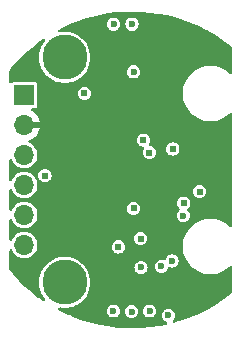
<source format=gbr>
%TF.GenerationSoftware,KiCad,Pcbnew,8.0.6-8.0.6-0~ubuntu24.04.1*%
%TF.CreationDate,2024-10-24T19:59:45-07:00*%
%TF.ProjectId,mag-encoder,6d61672d-656e-4636-9f64-65722e6b6963,3*%
%TF.SameCoordinates,Original*%
%TF.FileFunction,Copper,L2,Inr*%
%TF.FilePolarity,Positive*%
%FSLAX46Y46*%
G04 Gerber Fmt 4.6, Leading zero omitted, Abs format (unit mm)*
G04 Created by KiCad (PCBNEW 8.0.6-8.0.6-0~ubuntu24.04.1) date 2024-10-24 19:59:45*
%MOMM*%
%LPD*%
G01*
G04 APERTURE LIST*
%TA.AperFunction,ComponentPad*%
%ADD10C,3.810000*%
%TD*%
%TA.AperFunction,ComponentPad*%
%ADD11R,1.700000X1.700000*%
%TD*%
%TA.AperFunction,ComponentPad*%
%ADD12O,1.700000X1.700000*%
%TD*%
%TA.AperFunction,ViaPad*%
%ADD13C,0.600000*%
%TD*%
%TA.AperFunction,ViaPad*%
%ADD14C,0.609600*%
%TD*%
G04 APERTURE END LIST*
D10*
%TO.N,*%
%TO.C,H1*%
X224840800Y-114046000D03*
%TD*%
D11*
%TO.N,GND*%
%TO.C,J1*%
X221411800Y-117221000D03*
D12*
%TO.N,+3.3V*%
X221411800Y-119761000D03*
%TO.N,/CS*%
X221411800Y-122301000D03*
%TO.N,/MOSI*%
X221411800Y-124841000D03*
%TO.N,/MISO*%
X221411800Y-127381000D03*
%TO.N,/SCLK*%
X221411800Y-129921000D03*
%TD*%
D10*
%TO.N,*%
%TO.C,H2*%
X224840800Y-133096000D03*
%TD*%
D13*
%TO.N,+3.3V*%
X232689400Y-111175800D03*
D14*
X233464100Y-125260100D03*
X231317800Y-125984000D03*
D13*
X233248200Y-134518400D03*
X228473000Y-115417600D03*
%TO.N,GND*%
X230657400Y-115265200D03*
D14*
X226491800Y-117094000D03*
X232003600Y-122097800D03*
D13*
X228955600Y-135509000D03*
X232029000Y-135509000D03*
D14*
X233984800Y-121793000D03*
D13*
%TO.N,+5V*%
X230530400Y-111226600D03*
%TO.N,Net-(D4-A)*%
X231292400Y-131826000D03*
%TO.N,Net-(D1-K)*%
X228981000Y-111226600D03*
%TO.N,Net-(D3-A)*%
X233924399Y-131273400D03*
%TO.N,Net-(D4-K)*%
X230505000Y-135559800D03*
D14*
X229368646Y-130086100D03*
X231267000Y-129387600D03*
%TO.N,/A*%
X223157754Y-124046954D03*
%TO.N,/B*%
X236245400Y-125412501D03*
%TO.N,/PWM*%
X234911727Y-126377562D03*
D13*
%TO.N,Net-(Q1-D)*%
X233603800Y-135890000D03*
%TO.N,Net-(Q1-G)*%
X234883106Y-127441105D03*
%TO.N,Net-(D5-A)*%
X233019600Y-131724400D03*
D14*
%TO.N,/MISO*%
X231495600Y-121031000D03*
X230657400Y-126822200D03*
%TD*%
%TA.AperFunction,Conductor*%
%TO.N,+3.3V*%
G36*
X230652776Y-110157519D02*
G01*
X231362590Y-110181477D01*
X231369200Y-110181877D01*
X232076716Y-110243755D01*
X232083287Y-110244506D01*
X232786511Y-110344132D01*
X232793030Y-110345234D01*
X233489888Y-110482312D01*
X233496334Y-110483760D01*
X234184914Y-110657918D01*
X234191260Y-110659705D01*
X234869528Y-110870428D01*
X234875790Y-110872560D01*
X235541810Y-111119247D01*
X235547910Y-111121694D01*
X236199823Y-111403658D01*
X236205786Y-111406429D01*
X236817786Y-111710954D01*
X236841653Y-111722830D01*
X236847507Y-111725941D01*
X237342880Y-112006434D01*
X237465526Y-112075879D01*
X237471203Y-112079297D01*
X237736191Y-112248665D01*
X238069642Y-112461792D01*
X238075133Y-112465513D01*
X238652222Y-112879431D01*
X238657507Y-112883439D01*
X238987856Y-113148243D01*
X239027853Y-113205532D01*
X239034300Y-113244996D01*
X239034300Y-115345242D01*
X239014615Y-115412281D01*
X238961811Y-115458036D01*
X238892653Y-115467980D01*
X238829097Y-115438955D01*
X238822619Y-115432923D01*
X238721011Y-115331315D01*
X238721004Y-115331309D01*
X238478126Y-115144942D01*
X238478124Y-115144940D01*
X238478118Y-115144936D01*
X238478113Y-115144933D01*
X238478110Y-115144931D01*
X238212989Y-114991862D01*
X238212973Y-114991854D01*
X237930140Y-114874702D01*
X237911569Y-114869726D01*
X237634411Y-114795461D01*
X237634410Y-114795460D01*
X237634407Y-114795460D01*
X237330886Y-114755501D01*
X237330883Y-114755500D01*
X237330877Y-114755500D01*
X237024723Y-114755500D01*
X237024717Y-114755500D01*
X237024713Y-114755501D01*
X236721192Y-114795460D01*
X236425459Y-114874702D01*
X236142626Y-114991854D01*
X236142610Y-114991862D01*
X235877489Y-115144931D01*
X235877473Y-115144942D01*
X235634595Y-115331309D01*
X235634588Y-115331315D01*
X235418115Y-115547788D01*
X235418109Y-115547795D01*
X235231742Y-115790673D01*
X235231731Y-115790689D01*
X235078662Y-116055810D01*
X235078654Y-116055826D01*
X234961502Y-116338659D01*
X234882260Y-116634392D01*
X234842301Y-116937913D01*
X234842300Y-116937929D01*
X234842300Y-117244070D01*
X234842301Y-117244086D01*
X234882260Y-117547607D01*
X234961502Y-117843340D01*
X235078654Y-118126173D01*
X235078662Y-118126189D01*
X235231731Y-118391310D01*
X235231742Y-118391326D01*
X235418109Y-118634204D01*
X235418115Y-118634211D01*
X235634588Y-118850684D01*
X235634595Y-118850690D01*
X235685731Y-118889928D01*
X235877482Y-119037064D01*
X235877489Y-119037068D01*
X236142610Y-119190137D01*
X236142626Y-119190145D01*
X236425459Y-119307297D01*
X236425461Y-119307297D01*
X236425467Y-119307300D01*
X236721189Y-119386539D01*
X237024723Y-119426500D01*
X237024730Y-119426500D01*
X237330870Y-119426500D01*
X237330877Y-119426500D01*
X237634411Y-119386539D01*
X237930133Y-119307300D01*
X238041912Y-119261000D01*
X238212973Y-119190145D01*
X238212976Y-119190143D01*
X238212982Y-119190141D01*
X238478118Y-119037064D01*
X238721006Y-118850689D01*
X238752525Y-118819170D01*
X238822619Y-118749077D01*
X238883942Y-118715592D01*
X238953634Y-118720576D01*
X239009567Y-118762448D01*
X239033984Y-118827912D01*
X239034300Y-118836758D01*
X239034300Y-128305242D01*
X239014615Y-128372281D01*
X238961811Y-128418036D01*
X238892653Y-128427980D01*
X238829097Y-128398955D01*
X238822619Y-128392923D01*
X238721011Y-128291315D01*
X238721004Y-128291309D01*
X238478126Y-128104942D01*
X238478124Y-128104940D01*
X238478118Y-128104936D01*
X238478113Y-128104933D01*
X238478110Y-128104931D01*
X238212989Y-127951862D01*
X238212973Y-127951854D01*
X237930140Y-127834702D01*
X237785811Y-127796029D01*
X237634411Y-127755461D01*
X237634410Y-127755460D01*
X237634407Y-127755460D01*
X237330886Y-127715501D01*
X237330883Y-127715500D01*
X237330877Y-127715500D01*
X237024723Y-127715500D01*
X237024717Y-127715500D01*
X237024713Y-127715501D01*
X236721192Y-127755460D01*
X236425459Y-127834702D01*
X236142626Y-127951854D01*
X236142610Y-127951862D01*
X235877489Y-128104931D01*
X235877473Y-128104942D01*
X235634595Y-128291309D01*
X235634588Y-128291315D01*
X235418115Y-128507788D01*
X235418109Y-128507795D01*
X235231742Y-128750673D01*
X235231731Y-128750689D01*
X235078662Y-129015810D01*
X235078654Y-129015826D01*
X234961502Y-129298659D01*
X234882260Y-129594392D01*
X234842301Y-129897913D01*
X234842300Y-129897929D01*
X234842300Y-130204070D01*
X234842301Y-130204086D01*
X234882260Y-130507607D01*
X234961502Y-130803340D01*
X235078654Y-131086173D01*
X235078662Y-131086189D01*
X235231731Y-131351310D01*
X235231742Y-131351326D01*
X235418109Y-131594204D01*
X235418115Y-131594211D01*
X235634588Y-131810684D01*
X235634595Y-131810690D01*
X235710784Y-131869152D01*
X235877482Y-131997064D01*
X235877489Y-131997068D01*
X236142610Y-132150137D01*
X236142626Y-132150145D01*
X236425459Y-132267297D01*
X236425461Y-132267297D01*
X236425467Y-132267300D01*
X236721189Y-132346539D01*
X237024723Y-132386500D01*
X237024730Y-132386500D01*
X237330870Y-132386500D01*
X237330877Y-132386500D01*
X237634411Y-132346539D01*
X237930133Y-132267300D01*
X238040857Y-132221437D01*
X238212973Y-132150145D01*
X238212976Y-132150143D01*
X238212982Y-132150141D01*
X238478118Y-131997064D01*
X238721006Y-131810689D01*
X238748085Y-131783610D01*
X238822619Y-131709077D01*
X238883942Y-131675592D01*
X238953634Y-131680576D01*
X239009567Y-131722448D01*
X239033984Y-131787912D01*
X239034300Y-131796758D01*
X239034300Y-133896564D01*
X239014615Y-133963603D01*
X238987747Y-133993404D01*
X238657823Y-134257259D01*
X238652545Y-134261254D01*
X238075365Y-134674353D01*
X238069882Y-134678060D01*
X237471473Y-135059777D01*
X237465799Y-135063186D01*
X236847901Y-135412412D01*
X236842054Y-135415514D01*
X236206385Y-135731278D01*
X236200380Y-135734064D01*
X235548765Y-136015459D01*
X235542621Y-136017920D01*
X234876923Y-136264141D01*
X234870656Y-136266271D01*
X234192754Y-136476623D01*
X234186381Y-136478415D01*
X234114005Y-136496702D01*
X234044186Y-136494040D01*
X233986890Y-136454053D01*
X233960308Y-136389438D01*
X233972879Y-136320708D01*
X233995953Y-136288794D01*
X233999269Y-136285477D01*
X233999274Y-136285474D01*
X234088155Y-136169643D01*
X234144028Y-136034754D01*
X234156732Y-135938251D01*
X234163085Y-135890001D01*
X234163085Y-135889998D01*
X234144028Y-135745247D01*
X234144028Y-135745246D01*
X234088155Y-135610358D01*
X233999274Y-135494526D01*
X233883443Y-135405645D01*
X233883440Y-135405644D01*
X233883438Y-135405642D01*
X233748557Y-135349773D01*
X233748552Y-135349771D01*
X233603801Y-135330715D01*
X233603799Y-135330715D01*
X233459047Y-135349771D01*
X233459045Y-135349772D01*
X233324161Y-135405643D01*
X233324158Y-135405644D01*
X233324158Y-135405645D01*
X233267795Y-135448894D01*
X233208326Y-135494526D01*
X233119443Y-135610361D01*
X233063572Y-135745245D01*
X233063571Y-135745247D01*
X233044515Y-135889998D01*
X233044515Y-135890001D01*
X233063571Y-136034752D01*
X233063573Y-136034757D01*
X233119442Y-136169638D01*
X233119445Y-136169644D01*
X233208325Y-136285473D01*
X233208326Y-136285474D01*
X233324155Y-136374354D01*
X233324161Y-136374357D01*
X233360570Y-136389438D01*
X233456330Y-136429103D01*
X233510733Y-136472942D01*
X233532798Y-136539236D01*
X233515519Y-136606936D01*
X233464382Y-136654547D01*
X233432795Y-136665334D01*
X232795333Y-136790646D01*
X232788807Y-136791749D01*
X232086040Y-136891300D01*
X232079463Y-136892053D01*
X231372413Y-136953957D01*
X231365806Y-136954359D01*
X230656421Y-136978448D01*
X230649802Y-136978496D01*
X229940147Y-136964698D01*
X229933535Y-136964392D01*
X229225665Y-136912746D01*
X229219079Y-136912089D01*
X228514921Y-136822738D01*
X228508379Y-136821729D01*
X227810051Y-136694942D01*
X227803572Y-136693587D01*
X227112949Y-136529703D01*
X227106552Y-136528003D01*
X226425687Y-136327508D01*
X226419389Y-136325469D01*
X225750198Y-136088930D01*
X225744019Y-136086559D01*
X225265283Y-135888007D01*
X225088385Y-135814640D01*
X225082356Y-135811949D01*
X224449612Y-135508998D01*
X228396315Y-135508998D01*
X228396315Y-135509001D01*
X228415371Y-135653752D01*
X228415373Y-135653757D01*
X228471242Y-135788638D01*
X228471245Y-135788644D01*
X228560125Y-135904473D01*
X228560126Y-135904474D01*
X228675955Y-135993354D01*
X228675961Y-135993357D01*
X228732493Y-136016773D01*
X228810846Y-136049228D01*
X228883223Y-136058756D01*
X228955599Y-136068285D01*
X228955600Y-136068285D01*
X228955601Y-136068285D01*
X229003851Y-136061932D01*
X229100354Y-136049228D01*
X229235243Y-135993355D01*
X229351074Y-135904474D01*
X229439955Y-135788643D01*
X229495828Y-135653754D01*
X229508197Y-135559798D01*
X229945715Y-135559798D01*
X229945715Y-135559801D01*
X229964771Y-135704552D01*
X229964773Y-135704557D01*
X230020642Y-135839438D01*
X230020645Y-135839444D01*
X230109525Y-135955273D01*
X230109526Y-135955274D01*
X230225355Y-136044154D01*
X230225361Y-136044157D01*
X230237599Y-136049226D01*
X230360246Y-136100028D01*
X230432623Y-136109556D01*
X230504999Y-136119085D01*
X230505000Y-136119085D01*
X230505001Y-136119085D01*
X230553251Y-136112732D01*
X230649754Y-136100028D01*
X230784643Y-136044155D01*
X230900474Y-135955274D01*
X230989355Y-135839443D01*
X231045228Y-135704554D01*
X231064285Y-135559800D01*
X231057596Y-135508998D01*
X231469715Y-135508998D01*
X231469715Y-135509001D01*
X231488771Y-135653752D01*
X231488773Y-135653757D01*
X231544642Y-135788638D01*
X231544645Y-135788644D01*
X231633525Y-135904473D01*
X231633526Y-135904474D01*
X231749355Y-135993354D01*
X231749361Y-135993357D01*
X231805893Y-136016773D01*
X231884246Y-136049228D01*
X231956623Y-136058756D01*
X232028999Y-136068285D01*
X232029000Y-136068285D01*
X232029001Y-136068285D01*
X232077251Y-136061932D01*
X232173754Y-136049228D01*
X232308643Y-135993355D01*
X232424474Y-135904474D01*
X232513355Y-135788643D01*
X232569228Y-135653754D01*
X232588285Y-135509000D01*
X232587814Y-135505426D01*
X232569228Y-135364247D01*
X232569228Y-135364246D01*
X232513355Y-135229358D01*
X232424474Y-135113526D01*
X232308643Y-135024645D01*
X232308640Y-135024644D01*
X232308638Y-135024642D01*
X232173757Y-134968773D01*
X232173752Y-134968771D01*
X232029001Y-134949715D01*
X232028999Y-134949715D01*
X231884247Y-134968771D01*
X231884245Y-134968772D01*
X231749361Y-135024643D01*
X231749358Y-135024644D01*
X231749358Y-135024645D01*
X231633526Y-135113526D01*
X231555455Y-135215271D01*
X231544643Y-135229361D01*
X231488772Y-135364245D01*
X231488771Y-135364247D01*
X231469715Y-135508998D01*
X231057596Y-135508998D01*
X231056729Y-135502409D01*
X231049684Y-135448894D01*
X231045228Y-135415046D01*
X230989355Y-135280158D01*
X230900474Y-135164326D01*
X230784643Y-135075445D01*
X230784640Y-135075444D01*
X230784638Y-135075442D01*
X230649757Y-135019573D01*
X230649752Y-135019571D01*
X230505001Y-135000515D01*
X230504999Y-135000515D01*
X230360247Y-135019571D01*
X230360245Y-135019572D01*
X230225361Y-135075443D01*
X230225358Y-135075444D01*
X230225358Y-135075445D01*
X230114395Y-135160590D01*
X230109526Y-135164326D01*
X230020643Y-135280161D01*
X229964772Y-135415045D01*
X229964771Y-135415047D01*
X229945715Y-135559798D01*
X229508197Y-135559798D01*
X229514885Y-135509000D01*
X229514414Y-135505426D01*
X229495828Y-135364247D01*
X229495828Y-135364246D01*
X229439955Y-135229358D01*
X229351074Y-135113526D01*
X229235243Y-135024645D01*
X229235240Y-135024644D01*
X229235238Y-135024642D01*
X229100357Y-134968773D01*
X229100352Y-134968771D01*
X228955601Y-134949715D01*
X228955599Y-134949715D01*
X228810847Y-134968771D01*
X228810845Y-134968772D01*
X228675961Y-135024643D01*
X228675958Y-135024644D01*
X228675958Y-135024645D01*
X228560126Y-135113526D01*
X228482055Y-135215271D01*
X228471243Y-135229361D01*
X228415372Y-135364245D01*
X228415371Y-135364247D01*
X228396315Y-135508998D01*
X224449612Y-135508998D01*
X224442147Y-135505424D01*
X224436280Y-135502419D01*
X224338282Y-135448893D01*
X224288884Y-135399482D01*
X224274041Y-135331207D01*
X224298466Y-135265746D01*
X224354405Y-135223882D01*
X224414606Y-135217224D01*
X224640374Y-135248255D01*
X224693085Y-135255500D01*
X224693086Y-135255500D01*
X224988515Y-135255500D01*
X225020068Y-135251163D01*
X225281190Y-135215273D01*
X225565662Y-135135567D01*
X225821030Y-135024645D01*
X225836630Y-135017869D01*
X225836632Y-135017868D01*
X226089051Y-134864369D01*
X226318218Y-134677928D01*
X226519863Y-134462019D01*
X226690230Y-134220663D01*
X226826146Y-133958357D01*
X226925079Y-133679988D01*
X226985185Y-133390739D01*
X227005346Y-133096000D01*
X226985185Y-132801261D01*
X226925079Y-132512012D01*
X226826147Y-132233646D01*
X226826148Y-132233646D01*
X226690229Y-131971335D01*
X226690225Y-131971329D01*
X226587640Y-131825998D01*
X230733115Y-131825998D01*
X230733115Y-131826001D01*
X230752171Y-131970752D01*
X230752173Y-131970757D01*
X230808042Y-132105638D01*
X230808045Y-132105644D01*
X230896925Y-132221473D01*
X230896926Y-132221474D01*
X231012755Y-132310354D01*
X231012761Y-132310357D01*
X231080201Y-132338291D01*
X231147646Y-132366228D01*
X231220023Y-132375756D01*
X231292399Y-132385285D01*
X231292400Y-132385285D01*
X231292401Y-132385285D01*
X231340651Y-132378932D01*
X231437154Y-132366228D01*
X231572043Y-132310355D01*
X231687874Y-132221474D01*
X231776755Y-132105643D01*
X231832628Y-131970754D01*
X231851685Y-131826000D01*
X231849669Y-131810690D01*
X231838309Y-131724398D01*
X232460315Y-131724398D01*
X232460315Y-131724401D01*
X232479371Y-131869152D01*
X232479373Y-131869157D01*
X232535242Y-132004038D01*
X232535245Y-132004044D01*
X232624125Y-132119873D01*
X232624126Y-132119874D01*
X232739955Y-132208754D01*
X232739961Y-132208757D01*
X232770663Y-132221474D01*
X232874846Y-132264628D01*
X232947223Y-132274156D01*
X233019599Y-132283685D01*
X233019600Y-132283685D01*
X233019601Y-132283685D01*
X233067851Y-132277332D01*
X233164354Y-132264628D01*
X233299243Y-132208755D01*
X233415074Y-132119874D01*
X233503955Y-132004043D01*
X233559828Y-131869154D01*
X233559827Y-131869154D01*
X233562938Y-131861646D01*
X233565377Y-131862656D01*
X233594933Y-131814150D01*
X233657774Y-131783610D01*
X233725810Y-131791328D01*
X233779645Y-131813628D01*
X233852022Y-131823156D01*
X233924398Y-131832685D01*
X233924399Y-131832685D01*
X233924400Y-131832685D01*
X233975192Y-131825998D01*
X234069153Y-131813628D01*
X234204042Y-131757755D01*
X234319873Y-131668874D01*
X234408754Y-131553043D01*
X234464627Y-131418154D01*
X234483684Y-131273400D01*
X234464627Y-131128646D01*
X234408754Y-130993758D01*
X234319873Y-130877926D01*
X234204042Y-130789045D01*
X234204039Y-130789044D01*
X234204037Y-130789042D01*
X234069156Y-130733173D01*
X234069151Y-130733171D01*
X233924400Y-130714115D01*
X233924398Y-130714115D01*
X233779646Y-130733171D01*
X233779644Y-130733172D01*
X233644760Y-130789043D01*
X233644757Y-130789044D01*
X233644757Y-130789045D01*
X233528925Y-130877926D01*
X233453113Y-130976727D01*
X233440042Y-130993761D01*
X233414083Y-131056433D01*
X233384172Y-131128645D01*
X233381061Y-131136155D01*
X233378626Y-131135146D01*
X233349032Y-131183680D01*
X233286178Y-131214196D01*
X233218188Y-131206471D01*
X233164354Y-131184172D01*
X233164351Y-131184171D01*
X233164352Y-131184171D01*
X233019601Y-131165115D01*
X233019599Y-131165115D01*
X232874847Y-131184171D01*
X232874845Y-131184172D01*
X232739961Y-131240043D01*
X232739958Y-131240044D01*
X232739958Y-131240045D01*
X232624126Y-131328926D01*
X232555661Y-131418152D01*
X232535243Y-131444761D01*
X232479372Y-131579645D01*
X232479371Y-131579647D01*
X232460315Y-131724398D01*
X231838309Y-131724398D01*
X231832628Y-131681247D01*
X231832628Y-131681246D01*
X231776755Y-131546358D01*
X231687874Y-131430526D01*
X231572043Y-131341645D01*
X231572040Y-131341644D01*
X231572038Y-131341642D01*
X231437157Y-131285773D01*
X231437152Y-131285771D01*
X231292401Y-131266715D01*
X231292399Y-131266715D01*
X231147647Y-131285771D01*
X231147645Y-131285772D01*
X231012761Y-131341643D01*
X231012758Y-131341644D01*
X231012758Y-131341645D01*
X230913052Y-131418152D01*
X230896926Y-131430526D01*
X230808043Y-131546361D01*
X230752172Y-131681245D01*
X230752171Y-131681247D01*
X230733115Y-131825998D01*
X226587640Y-131825998D01*
X226519865Y-131729983D01*
X226318214Y-131514068D01*
X226089057Y-131327635D01*
X226089046Y-131327628D01*
X225836630Y-131174130D01*
X225565665Y-131056434D01*
X225565663Y-131056433D01*
X225565662Y-131056433D01*
X225455262Y-131025500D01*
X225281195Y-130976728D01*
X225281191Y-130976727D01*
X225281190Y-130976727D01*
X225134852Y-130956613D01*
X224988515Y-130936500D01*
X224988514Y-130936500D01*
X224693086Y-130936500D01*
X224693085Y-130936500D01*
X224400410Y-130976727D01*
X224400404Y-130976728D01*
X224115934Y-131056434D01*
X223844969Y-131174130D01*
X223592553Y-131327628D01*
X223592542Y-131327635D01*
X223363385Y-131514068D01*
X223161734Y-131729983D01*
X222991374Y-131971329D01*
X222991370Y-131971335D01*
X222855452Y-132233646D01*
X222756522Y-132512006D01*
X222756521Y-132512009D01*
X222696414Y-132801266D01*
X222676254Y-133096000D01*
X222696414Y-133390733D01*
X222756521Y-133679990D01*
X222756522Y-133679993D01*
X222855452Y-133958353D01*
X222855451Y-133958353D01*
X222991370Y-134220664D01*
X222991374Y-134220670D01*
X223164179Y-134465480D01*
X223162678Y-134466539D01*
X223186796Y-134524024D01*
X223174703Y-134592840D01*
X223127326Y-134644193D01*
X223059706Y-134661780D01*
X222993312Y-134640017D01*
X222993189Y-134639932D01*
X222615105Y-134377537D01*
X222609799Y-134373641D01*
X222527583Y-134309822D01*
X222412723Y-134220663D01*
X222049095Y-133938400D01*
X222043977Y-133934203D01*
X221507332Y-133469693D01*
X221502445Y-133465229D01*
X220991325Y-132972721D01*
X220986693Y-132968013D01*
X220502583Y-132448933D01*
X220498204Y-132443978D01*
X220469421Y-132409609D01*
X220179334Y-132063218D01*
X220151383Y-131999183D01*
X220150400Y-131983628D01*
X220150370Y-131825998D01*
X220150094Y-130392303D01*
X220169766Y-130325263D01*
X220222561Y-130279498D01*
X220291717Y-130269541D01*
X220355279Y-130298553D01*
X220385094Y-130337010D01*
X220468712Y-130504935D01*
X220592069Y-130668287D01*
X220743337Y-130806185D01*
X220743339Y-130806187D01*
X220917369Y-130913942D01*
X220917375Y-130913945D01*
X220957810Y-130929609D01*
X221108244Y-130987888D01*
X221309453Y-131025500D01*
X221309456Y-131025500D01*
X221514144Y-131025500D01*
X221514147Y-131025500D01*
X221715356Y-130987888D01*
X221906227Y-130913944D01*
X222080262Y-130806186D01*
X222231532Y-130668285D01*
X222354888Y-130504935D01*
X222446128Y-130321701D01*
X222502145Y-130124821D01*
X222505733Y-130086098D01*
X228804520Y-130086098D01*
X228804520Y-130086101D01*
X228823741Y-130232105D01*
X228823742Y-130232107D01*
X228860853Y-130321701D01*
X228880099Y-130368163D01*
X228969749Y-130484997D01*
X229086583Y-130574647D01*
X229222639Y-130631004D01*
X229295642Y-130640615D01*
X229368645Y-130650226D01*
X229368646Y-130650226D01*
X229368647Y-130650226D01*
X229417315Y-130643818D01*
X229514653Y-130631004D01*
X229650709Y-130574647D01*
X229767543Y-130484997D01*
X229857193Y-130368163D01*
X229913550Y-130232107D01*
X229932772Y-130086100D01*
X229913550Y-129940093D01*
X229857193Y-129804037D01*
X229767543Y-129687203D01*
X229650709Y-129597553D01*
X229650705Y-129597551D01*
X229514653Y-129541196D01*
X229514651Y-129541195D01*
X229368647Y-129521974D01*
X229368645Y-129521974D01*
X229222640Y-129541195D01*
X229222638Y-129541196D01*
X229086586Y-129597551D01*
X228969749Y-129687203D01*
X228880097Y-129804040D01*
X228823742Y-129940092D01*
X228823741Y-129940094D01*
X228804520Y-130086098D01*
X222505733Y-130086098D01*
X222521032Y-129921000D01*
X222502145Y-129717179D01*
X222446128Y-129520299D01*
X222380051Y-129387598D01*
X230702874Y-129387598D01*
X230702874Y-129387601D01*
X230722095Y-129533605D01*
X230722096Y-129533607D01*
X230748583Y-129597553D01*
X230778453Y-129669663D01*
X230868103Y-129786497D01*
X230984937Y-129876147D01*
X231120993Y-129932504D01*
X231193996Y-129942115D01*
X231266999Y-129951726D01*
X231267000Y-129951726D01*
X231267001Y-129951726D01*
X231315669Y-129945318D01*
X231413007Y-129932504D01*
X231549063Y-129876147D01*
X231665897Y-129786497D01*
X231755547Y-129669663D01*
X231811904Y-129533607D01*
X231831126Y-129387600D01*
X231811904Y-129241593D01*
X231755547Y-129105537D01*
X231665897Y-128988703D01*
X231549063Y-128899053D01*
X231549059Y-128899051D01*
X231413007Y-128842696D01*
X231413005Y-128842695D01*
X231267001Y-128823474D01*
X231266999Y-128823474D01*
X231120994Y-128842695D01*
X231120992Y-128842696D01*
X230984940Y-128899051D01*
X230984937Y-128899052D01*
X230984937Y-128899053D01*
X230868103Y-128988703D01*
X230831954Y-129035814D01*
X230778451Y-129105540D01*
X230722096Y-129241592D01*
X230722095Y-129241594D01*
X230702874Y-129387598D01*
X222380051Y-129387598D01*
X222354888Y-129337065D01*
X222231532Y-129173715D01*
X222231530Y-129173712D01*
X222080262Y-129035814D01*
X222080260Y-129035812D01*
X221906230Y-128928057D01*
X221906224Y-128928054D01*
X221755793Y-128869777D01*
X221715356Y-128854112D01*
X221514147Y-128816500D01*
X221309453Y-128816500D01*
X221108244Y-128854112D01*
X221108241Y-128854112D01*
X221108241Y-128854113D01*
X220917375Y-128928054D01*
X220917369Y-128928057D01*
X220743339Y-129035812D01*
X220743337Y-129035814D01*
X220592069Y-129173712D01*
X220468712Y-129337064D01*
X220384913Y-129505353D01*
X220337410Y-129556590D01*
X220269746Y-129574011D01*
X220203406Y-129552085D01*
X220159451Y-129497773D01*
X220149913Y-129450108D01*
X220149606Y-127851323D01*
X220169278Y-127784282D01*
X220222073Y-127738517D01*
X220291229Y-127728560D01*
X220354791Y-127757572D01*
X220384606Y-127796029D01*
X220468712Y-127964935D01*
X220592069Y-128128287D01*
X220743337Y-128266185D01*
X220743339Y-128266187D01*
X220917369Y-128373942D01*
X220917375Y-128373945D01*
X220957810Y-128389609D01*
X221108244Y-128447888D01*
X221309453Y-128485500D01*
X221309456Y-128485500D01*
X221514144Y-128485500D01*
X221514147Y-128485500D01*
X221715356Y-128447888D01*
X221906227Y-128373944D01*
X222080262Y-128266186D01*
X222231532Y-128128285D01*
X222354888Y-127964935D01*
X222446128Y-127781701D01*
X222502145Y-127584821D01*
X222515463Y-127441103D01*
X234323821Y-127441103D01*
X234323821Y-127441106D01*
X234342877Y-127585857D01*
X234342879Y-127585862D01*
X234398748Y-127720743D01*
X234398751Y-127720749D01*
X234487631Y-127836578D01*
X234487632Y-127836579D01*
X234603461Y-127925459D01*
X234603467Y-127925462D01*
X234667184Y-127951854D01*
X234738352Y-127981333D01*
X234810729Y-127990861D01*
X234883105Y-128000390D01*
X234883106Y-128000390D01*
X234883107Y-128000390D01*
X234931357Y-127994037D01*
X235027860Y-127981333D01*
X235162749Y-127925460D01*
X235278580Y-127836579D01*
X235367461Y-127720748D01*
X235423334Y-127585859D01*
X235442391Y-127441105D01*
X235423334Y-127296351D01*
X235367461Y-127161463D01*
X235278580Y-127045631D01*
X235278577Y-127045629D01*
X235278576Y-127045627D01*
X235247411Y-127021713D01*
X235206208Y-126965285D01*
X235202054Y-126895539D01*
X235236267Y-126834619D01*
X235247398Y-126824973D01*
X235310624Y-126776459D01*
X235400274Y-126659625D01*
X235456631Y-126523569D01*
X235474471Y-126388057D01*
X235475853Y-126377563D01*
X235475853Y-126377560D01*
X235456631Y-126231556D01*
X235456631Y-126231555D01*
X235400274Y-126095499D01*
X235310624Y-125978665D01*
X235193790Y-125889015D01*
X235193786Y-125889013D01*
X235057734Y-125832658D01*
X235057732Y-125832657D01*
X234911728Y-125813436D01*
X234911726Y-125813436D01*
X234765721Y-125832657D01*
X234765719Y-125832658D01*
X234629667Y-125889013D01*
X234629664Y-125889014D01*
X234629664Y-125889015D01*
X234540538Y-125957404D01*
X234512830Y-125978665D01*
X234423178Y-126095502D01*
X234366823Y-126231554D01*
X234366822Y-126231556D01*
X234347601Y-126377560D01*
X234347601Y-126377563D01*
X234366822Y-126523567D01*
X234366823Y-126523569D01*
X234412447Y-126633715D01*
X234423180Y-126659625D01*
X234512830Y-126776459D01*
X234533571Y-126792374D01*
X234547421Y-126803002D01*
X234588623Y-126859430D01*
X234592778Y-126929176D01*
X234558565Y-126990096D01*
X234547422Y-126999752D01*
X234487633Y-127045630D01*
X234398749Y-127161466D01*
X234342878Y-127296350D01*
X234342877Y-127296352D01*
X234323821Y-127441103D01*
X222515463Y-127441103D01*
X222521032Y-127381000D01*
X222502145Y-127177179D01*
X222446128Y-126980299D01*
X222367403Y-126822198D01*
X230093274Y-126822198D01*
X230093274Y-126822201D01*
X230112495Y-126968205D01*
X230112496Y-126968207D01*
X230144566Y-127045631D01*
X230168853Y-127104263D01*
X230258503Y-127221097D01*
X230375337Y-127310747D01*
X230511393Y-127367104D01*
X230584396Y-127376715D01*
X230657399Y-127386326D01*
X230657400Y-127386326D01*
X230657401Y-127386326D01*
X230706069Y-127379918D01*
X230803407Y-127367104D01*
X230939463Y-127310747D01*
X231056297Y-127221097D01*
X231145947Y-127104263D01*
X231202304Y-126968207D01*
X231219891Y-126834619D01*
X231221526Y-126822201D01*
X231221526Y-126822198D01*
X231202304Y-126676194D01*
X231202304Y-126676193D01*
X231145947Y-126540137D01*
X231056297Y-126423303D01*
X230939463Y-126333653D01*
X230939459Y-126333651D01*
X230803407Y-126277296D01*
X230803405Y-126277295D01*
X230657401Y-126258074D01*
X230657399Y-126258074D01*
X230511394Y-126277295D01*
X230511392Y-126277296D01*
X230375340Y-126333651D01*
X230375337Y-126333652D01*
X230375337Y-126333653D01*
X230258503Y-126423303D01*
X230168851Y-126540140D01*
X230112496Y-126676192D01*
X230112495Y-126676194D01*
X230093274Y-126822198D01*
X222367403Y-126822198D01*
X222354888Y-126797065D01*
X222231532Y-126633715D01*
X222231530Y-126633712D01*
X222080262Y-126495814D01*
X222080260Y-126495812D01*
X221906230Y-126388057D01*
X221906224Y-126388054D01*
X221755793Y-126329777D01*
X221715356Y-126314112D01*
X221514147Y-126276500D01*
X221309453Y-126276500D01*
X221108244Y-126314112D01*
X221108241Y-126314112D01*
X221108241Y-126314113D01*
X220917375Y-126388054D01*
X220917369Y-126388057D01*
X220743339Y-126495812D01*
X220743337Y-126495814D01*
X220592069Y-126633712D01*
X220468712Y-126797064D01*
X220384425Y-126966333D01*
X220336922Y-127017570D01*
X220269258Y-127034991D01*
X220202918Y-127013065D01*
X220158963Y-126958753D01*
X220149425Y-126911089D01*
X220149118Y-125310344D01*
X220168790Y-125243302D01*
X220221585Y-125197537D01*
X220290742Y-125187580D01*
X220354303Y-125216592D01*
X220384118Y-125255049D01*
X220468712Y-125424935D01*
X220592069Y-125588287D01*
X220743337Y-125726185D01*
X220743339Y-125726187D01*
X220917369Y-125833942D01*
X220917375Y-125833945D01*
X220957810Y-125849609D01*
X221108244Y-125907888D01*
X221309453Y-125945500D01*
X221309456Y-125945500D01*
X221514144Y-125945500D01*
X221514147Y-125945500D01*
X221715356Y-125907888D01*
X221906227Y-125833944D01*
X222080262Y-125726186D01*
X222231532Y-125588285D01*
X222354888Y-125424935D01*
X222361080Y-125412499D01*
X235681274Y-125412499D01*
X235681274Y-125412502D01*
X235700495Y-125558506D01*
X235700496Y-125558508D01*
X235756853Y-125694564D01*
X235846503Y-125811398D01*
X235963337Y-125901048D01*
X236099393Y-125957405D01*
X236172396Y-125967016D01*
X236245399Y-125976627D01*
X236245400Y-125976627D01*
X236245401Y-125976627D01*
X236294069Y-125970219D01*
X236391407Y-125957405D01*
X236527463Y-125901048D01*
X236644297Y-125811398D01*
X236733947Y-125694564D01*
X236790304Y-125558508D01*
X236809526Y-125412501D01*
X236790304Y-125266494D01*
X236733947Y-125130438D01*
X236644297Y-125013604D01*
X236527463Y-124923954D01*
X236527459Y-124923952D01*
X236391407Y-124867597D01*
X236391405Y-124867596D01*
X236245401Y-124848375D01*
X236245399Y-124848375D01*
X236099394Y-124867596D01*
X236099392Y-124867597D01*
X235963340Y-124923952D01*
X235846503Y-125013604D01*
X235756851Y-125130441D01*
X235700496Y-125266493D01*
X235700495Y-125266495D01*
X235681274Y-125412499D01*
X222361080Y-125412499D01*
X222446128Y-125241701D01*
X222502145Y-125044821D01*
X222521032Y-124841000D01*
X222502145Y-124637179D01*
X222446128Y-124440299D01*
X222354888Y-124257065D01*
X222231532Y-124093715D01*
X222231530Y-124093712D01*
X222180236Y-124046952D01*
X222593628Y-124046952D01*
X222593628Y-124046955D01*
X222612849Y-124192959D01*
X222612850Y-124192961D01*
X222669207Y-124329017D01*
X222758857Y-124445851D01*
X222875691Y-124535501D01*
X223011747Y-124591858D01*
X223084750Y-124601469D01*
X223157753Y-124611080D01*
X223157754Y-124611080D01*
X223157755Y-124611080D01*
X223206423Y-124604672D01*
X223303761Y-124591858D01*
X223439817Y-124535501D01*
X223556651Y-124445851D01*
X223646301Y-124329017D01*
X223702658Y-124192961D01*
X223721880Y-124046954D01*
X223702658Y-123900947D01*
X223646301Y-123764891D01*
X223556651Y-123648057D01*
X223439817Y-123558407D01*
X223439813Y-123558405D01*
X223303761Y-123502050D01*
X223303759Y-123502049D01*
X223157755Y-123482828D01*
X223157753Y-123482828D01*
X223011748Y-123502049D01*
X223011746Y-123502050D01*
X222875694Y-123558405D01*
X222758857Y-123648057D01*
X222669205Y-123764894D01*
X222612850Y-123900946D01*
X222612849Y-123900948D01*
X222593628Y-124046952D01*
X222180236Y-124046952D01*
X222080262Y-123955814D01*
X222080260Y-123955812D01*
X221906230Y-123848057D01*
X221906224Y-123848054D01*
X221755793Y-123789777D01*
X221715356Y-123774112D01*
X221514147Y-123736500D01*
X221309453Y-123736500D01*
X221108244Y-123774112D01*
X221108241Y-123774112D01*
X221108241Y-123774113D01*
X220917375Y-123848054D01*
X220917369Y-123848057D01*
X220743339Y-123955812D01*
X220743337Y-123955814D01*
X220592069Y-124093712D01*
X220468713Y-124257062D01*
X220383937Y-124427313D01*
X220336433Y-124478549D01*
X220268770Y-124495970D01*
X220202430Y-124474044D01*
X220158475Y-124419732D01*
X220148938Y-124372069D01*
X220148630Y-122769360D01*
X220168301Y-122702321D01*
X220221096Y-122656556D01*
X220290252Y-122646599D01*
X220353814Y-122675611D01*
X220383629Y-122714068D01*
X220468712Y-122884935D01*
X220592069Y-123048287D01*
X220743337Y-123186185D01*
X220743339Y-123186187D01*
X220917369Y-123293942D01*
X220917375Y-123293945D01*
X220957810Y-123309609D01*
X221108244Y-123367888D01*
X221309453Y-123405500D01*
X221309456Y-123405500D01*
X221514144Y-123405500D01*
X221514147Y-123405500D01*
X221715356Y-123367888D01*
X221906227Y-123293944D01*
X222080262Y-123186186D01*
X222231532Y-123048285D01*
X222354888Y-122884935D01*
X222446128Y-122701701D01*
X222502145Y-122504821D01*
X222521032Y-122301000D01*
X222519229Y-122281548D01*
X222510922Y-122191896D01*
X222502145Y-122097179D01*
X222446128Y-121900299D01*
X222354888Y-121717065D01*
X222258676Y-121589659D01*
X222231530Y-121553712D01*
X222080262Y-121415814D01*
X222080260Y-121415812D01*
X221906230Y-121308057D01*
X221906224Y-121308054D01*
X221830061Y-121278549D01*
X221774659Y-121235976D01*
X221751069Y-121170209D01*
X221766780Y-121102129D01*
X221816804Y-121053350D01*
X221842763Y-121043147D01*
X221875281Y-121034434D01*
X221875292Y-121034429D01*
X221882650Y-121030998D01*
X230931474Y-121030998D01*
X230931474Y-121031001D01*
X230950695Y-121177005D01*
X230950696Y-121177007D01*
X231003486Y-121304453D01*
X231007053Y-121313063D01*
X231096703Y-121429897D01*
X231213537Y-121519547D01*
X231349593Y-121575904D01*
X231454081Y-121589660D01*
X231517976Y-121617925D01*
X231556448Y-121676249D01*
X231557280Y-121746114D01*
X231536272Y-121788083D01*
X231515052Y-121815737D01*
X231515051Y-121815739D01*
X231458696Y-121951792D01*
X231458695Y-121951794D01*
X231439474Y-122097798D01*
X231439474Y-122097801D01*
X231458695Y-122243805D01*
X231458696Y-122243807D01*
X231515053Y-122379863D01*
X231604703Y-122496697D01*
X231721537Y-122586347D01*
X231857593Y-122642704D01*
X231887179Y-122646599D01*
X232003599Y-122661926D01*
X232003600Y-122661926D01*
X232003601Y-122661926D01*
X232052269Y-122655518D01*
X232149607Y-122642704D01*
X232285663Y-122586347D01*
X232402497Y-122496697D01*
X232492147Y-122379863D01*
X232548504Y-122243807D01*
X232567726Y-122097800D01*
X232567644Y-122097179D01*
X232548504Y-121951794D01*
X232548504Y-121951793D01*
X232492147Y-121815737D01*
X232474699Y-121792998D01*
X233420674Y-121792998D01*
X233420674Y-121793001D01*
X233439895Y-121939005D01*
X233439896Y-121939007D01*
X233496253Y-122075063D01*
X233585903Y-122191897D01*
X233702737Y-122281547D01*
X233838793Y-122337904D01*
X233911796Y-122347515D01*
X233984799Y-122357126D01*
X233984800Y-122357126D01*
X233984801Y-122357126D01*
X234033469Y-122350718D01*
X234130807Y-122337904D01*
X234266863Y-122281547D01*
X234383697Y-122191897D01*
X234473347Y-122075063D01*
X234529704Y-121939007D01*
X234548926Y-121793000D01*
X234542753Y-121746114D01*
X234529704Y-121646994D01*
X234529704Y-121646993D01*
X234473347Y-121510937D01*
X234383697Y-121394103D01*
X234266863Y-121304453D01*
X234266859Y-121304451D01*
X234130807Y-121248096D01*
X234130805Y-121248095D01*
X233984801Y-121228874D01*
X233984799Y-121228874D01*
X233838794Y-121248095D01*
X233838792Y-121248096D01*
X233702740Y-121304451D01*
X233702737Y-121304452D01*
X233702737Y-121304453D01*
X233585903Y-121394103D01*
X233496302Y-121510874D01*
X233496251Y-121510940D01*
X233439896Y-121646992D01*
X233439895Y-121646994D01*
X233420674Y-121792998D01*
X232474699Y-121792998D01*
X232402497Y-121698903D01*
X232285663Y-121609253D01*
X232285659Y-121609251D01*
X232149607Y-121552896D01*
X232149605Y-121552895D01*
X232045119Y-121539140D01*
X231981222Y-121510874D01*
X231942751Y-121452549D01*
X231941920Y-121382684D01*
X231962926Y-121340718D01*
X231984147Y-121313063D01*
X232040504Y-121177007D01*
X232059726Y-121031000D01*
X232040504Y-120884993D01*
X231984147Y-120748937D01*
X231894497Y-120632103D01*
X231777663Y-120542453D01*
X231777659Y-120542451D01*
X231641607Y-120486096D01*
X231641605Y-120486095D01*
X231495601Y-120466874D01*
X231495599Y-120466874D01*
X231349594Y-120486095D01*
X231349592Y-120486096D01*
X231213540Y-120542451D01*
X231096703Y-120632103D01*
X231007051Y-120748940D01*
X230950696Y-120884992D01*
X230950695Y-120884994D01*
X230931474Y-121030998D01*
X221882650Y-121030998D01*
X222089378Y-120934600D01*
X222282882Y-120799105D01*
X222449905Y-120632082D01*
X222585400Y-120438578D01*
X222685229Y-120224492D01*
X222685232Y-120224486D01*
X222742436Y-120011000D01*
X221844812Y-120011000D01*
X221877725Y-119953993D01*
X221911800Y-119826826D01*
X221911800Y-119695174D01*
X221877725Y-119568007D01*
X221844812Y-119511000D01*
X222742436Y-119511000D01*
X222742435Y-119510999D01*
X222685232Y-119297513D01*
X222685229Y-119297507D01*
X222585400Y-119083422D01*
X222585399Y-119083420D01*
X222449913Y-118889926D01*
X222449908Y-118889920D01*
X222282882Y-118722894D01*
X222089378Y-118587399D01*
X222034653Y-118561881D01*
X221982214Y-118515709D01*
X221963062Y-118448515D01*
X221983278Y-118381634D01*
X222036443Y-118336299D01*
X222087057Y-118325499D01*
X222286866Y-118325499D01*
X222361101Y-118310734D01*
X222445284Y-118254484D01*
X222501534Y-118170301D01*
X222516300Y-118096067D01*
X222516299Y-117093998D01*
X225927674Y-117093998D01*
X225927674Y-117094001D01*
X225946895Y-117240005D01*
X225946896Y-117240007D01*
X226003253Y-117376063D01*
X226092903Y-117492897D01*
X226209737Y-117582547D01*
X226345793Y-117638904D01*
X226418796Y-117648515D01*
X226491799Y-117658126D01*
X226491800Y-117658126D01*
X226491801Y-117658126D01*
X226540469Y-117651718D01*
X226637807Y-117638904D01*
X226773863Y-117582547D01*
X226890697Y-117492897D01*
X226980347Y-117376063D01*
X227036704Y-117240007D01*
X227055926Y-117094000D01*
X227036704Y-116947993D01*
X226980347Y-116811937D01*
X226890697Y-116695103D01*
X226773863Y-116605453D01*
X226773859Y-116605451D01*
X226637807Y-116549096D01*
X226637805Y-116549095D01*
X226491801Y-116529874D01*
X226491799Y-116529874D01*
X226345794Y-116549095D01*
X226345792Y-116549096D01*
X226209740Y-116605451D01*
X226092903Y-116695103D01*
X226003251Y-116811940D01*
X225946896Y-116947992D01*
X225946895Y-116947994D01*
X225927674Y-117093998D01*
X222516299Y-117093998D01*
X222516299Y-116345934D01*
X222501534Y-116271699D01*
X222479083Y-116238099D01*
X222445284Y-116187515D01*
X222394819Y-116153796D01*
X222361101Y-116131266D01*
X222361099Y-116131265D01*
X222361096Y-116131264D01*
X222286869Y-116116500D01*
X220536736Y-116116500D01*
X220462498Y-116131266D01*
X220378315Y-116187515D01*
X220374454Y-116193295D01*
X220320840Y-116238099D01*
X220251515Y-116246805D01*
X220188488Y-116216649D01*
X220151770Y-116157205D01*
X220147353Y-116124426D01*
X220147169Y-115167612D01*
X220166841Y-115100572D01*
X220175931Y-115088182D01*
X220494723Y-114705895D01*
X220499061Y-114700967D01*
X220982480Y-114180565D01*
X220987072Y-114175881D01*
X221497623Y-113682077D01*
X221502445Y-113677656D01*
X222038684Y-113211848D01*
X222043745Y-113207683D01*
X222604103Y-112771231D01*
X222609380Y-112767342D01*
X222996402Y-112497863D01*
X223062665Y-112475711D01*
X223130387Y-112492900D01*
X223178066Y-112543974D01*
X223190563Y-112612717D01*
X223163911Y-112677303D01*
X223163452Y-112677872D01*
X223161732Y-112679986D01*
X222991374Y-112921329D01*
X222991370Y-112921335D01*
X222855452Y-113183646D01*
X222756522Y-113462006D01*
X222756521Y-113462009D01*
X222696414Y-113751266D01*
X222676254Y-114046000D01*
X222696414Y-114340733D01*
X222756521Y-114629990D01*
X222756522Y-114629993D01*
X222855452Y-114908353D01*
X222855451Y-114908353D01*
X222991370Y-115170664D01*
X222991374Y-115170670D01*
X223161734Y-115412016D01*
X223363385Y-115627931D01*
X223592542Y-115814364D01*
X223592545Y-115814366D01*
X223592549Y-115814369D01*
X223724970Y-115894896D01*
X223844969Y-115967869D01*
X224030032Y-116048253D01*
X224115938Y-116085567D01*
X224400410Y-116165273D01*
X224657719Y-116200638D01*
X224693085Y-116205500D01*
X224693086Y-116205500D01*
X224988515Y-116205500D01*
X225020068Y-116201163D01*
X225281190Y-116165273D01*
X225565662Y-116085567D01*
X225836632Y-115967868D01*
X226089051Y-115814369D01*
X226318218Y-115627928D01*
X226519863Y-115412019D01*
X226623500Y-115265198D01*
X230098115Y-115265198D01*
X230098115Y-115265201D01*
X230117171Y-115409952D01*
X230117173Y-115409957D01*
X230173042Y-115544838D01*
X230173045Y-115544844D01*
X230261925Y-115660673D01*
X230261926Y-115660674D01*
X230377755Y-115749554D01*
X230377761Y-115749557D01*
X230445201Y-115777491D01*
X230512646Y-115805428D01*
X230580576Y-115814371D01*
X230657399Y-115824485D01*
X230657400Y-115824485D01*
X230657401Y-115824485D01*
X230734224Y-115814371D01*
X230802154Y-115805428D01*
X230937043Y-115749555D01*
X231052874Y-115660674D01*
X231141755Y-115544843D01*
X231197628Y-115409954D01*
X231216685Y-115265200D01*
X231197628Y-115120446D01*
X231141755Y-114985558D01*
X231052874Y-114869726D01*
X230937043Y-114780845D01*
X230937040Y-114780844D01*
X230937038Y-114780842D01*
X230802157Y-114724973D01*
X230802152Y-114724971D01*
X230657401Y-114705915D01*
X230657399Y-114705915D01*
X230512647Y-114724971D01*
X230512645Y-114724972D01*
X230377761Y-114780843D01*
X230377758Y-114780844D01*
X230377758Y-114780845D01*
X230261926Y-114869726D01*
X230232287Y-114908353D01*
X230173043Y-114985561D01*
X230117172Y-115120445D01*
X230117171Y-115120447D01*
X230098115Y-115265198D01*
X226623500Y-115265198D01*
X226690230Y-115170663D01*
X226826146Y-114908357D01*
X226925079Y-114629988D01*
X226985185Y-114340739D01*
X227005346Y-114046000D01*
X226985185Y-113751261D01*
X226925079Y-113462012D01*
X226826147Y-113183646D01*
X226826148Y-113183646D01*
X226690229Y-112921335D01*
X226690225Y-112921329D01*
X226519865Y-112679983D01*
X226374226Y-112524042D01*
X226318218Y-112464072D01*
X226318216Y-112464071D01*
X226318214Y-112464068D01*
X226089057Y-112277635D01*
X226089046Y-112277628D01*
X225836630Y-112124130D01*
X225565665Y-112006434D01*
X225565663Y-112006433D01*
X225565662Y-112006433D01*
X225478514Y-111982015D01*
X225281195Y-111926728D01*
X225281191Y-111926727D01*
X225281190Y-111926727D01*
X225134852Y-111906613D01*
X224988515Y-111886500D01*
X224988514Y-111886500D01*
X224693086Y-111886500D01*
X224693085Y-111886500D01*
X224533796Y-111908393D01*
X224405721Y-111925996D01*
X224336626Y-111915624D01*
X224284107Y-111869542D01*
X224264839Y-111802382D01*
X224284940Y-111735466D01*
X224329253Y-111694406D01*
X224430114Y-111639142D01*
X224435962Y-111636139D01*
X225076202Y-111328650D01*
X225082217Y-111325956D01*
X225321046Y-111226598D01*
X228421715Y-111226598D01*
X228421715Y-111226601D01*
X228440771Y-111371352D01*
X228440773Y-111371357D01*
X228496642Y-111506238D01*
X228496645Y-111506244D01*
X228585525Y-111622073D01*
X228585526Y-111622074D01*
X228701355Y-111710954D01*
X228701361Y-111710957D01*
X228733596Y-111724309D01*
X228836246Y-111766828D01*
X228908623Y-111776356D01*
X228980999Y-111785885D01*
X228981000Y-111785885D01*
X228981001Y-111785885D01*
X229029251Y-111779532D01*
X229125754Y-111766828D01*
X229260643Y-111710955D01*
X229376474Y-111622074D01*
X229465355Y-111506243D01*
X229521228Y-111371354D01*
X229540285Y-111226600D01*
X229540285Y-111226598D01*
X229971115Y-111226598D01*
X229971115Y-111226601D01*
X229990171Y-111371352D01*
X229990173Y-111371357D01*
X230046042Y-111506238D01*
X230046045Y-111506244D01*
X230134925Y-111622073D01*
X230134926Y-111622074D01*
X230250755Y-111710954D01*
X230250761Y-111710957D01*
X230282996Y-111724309D01*
X230385646Y-111766828D01*
X230458023Y-111776356D01*
X230530399Y-111785885D01*
X230530400Y-111785885D01*
X230530401Y-111785885D01*
X230578651Y-111779532D01*
X230675154Y-111766828D01*
X230810043Y-111710955D01*
X230925874Y-111622074D01*
X231014755Y-111506243D01*
X231070628Y-111371354D01*
X231089685Y-111226600D01*
X231070628Y-111081846D01*
X231014755Y-110946958D01*
X230925874Y-110831126D01*
X230810043Y-110742245D01*
X230810040Y-110742244D01*
X230810038Y-110742242D01*
X230675157Y-110686373D01*
X230675152Y-110686371D01*
X230530401Y-110667315D01*
X230530399Y-110667315D01*
X230385647Y-110686371D01*
X230385645Y-110686372D01*
X230250761Y-110742243D01*
X230134926Y-110831126D01*
X230046043Y-110946961D01*
X229990172Y-111081845D01*
X229990171Y-111081847D01*
X229971115Y-111226598D01*
X229540285Y-111226598D01*
X229521228Y-111081846D01*
X229465355Y-110946958D01*
X229376474Y-110831126D01*
X229260643Y-110742245D01*
X229260640Y-110742244D01*
X229260638Y-110742242D01*
X229125757Y-110686373D01*
X229125752Y-110686371D01*
X228981001Y-110667315D01*
X228980999Y-110667315D01*
X228836247Y-110686371D01*
X228836245Y-110686372D01*
X228701361Y-110742243D01*
X228585526Y-110831126D01*
X228496643Y-110946961D01*
X228440772Y-111081845D01*
X228440771Y-111081847D01*
X228421715Y-111226598D01*
X225321046Y-111226598D01*
X225738009Y-111053132D01*
X225744149Y-111050768D01*
X226252765Y-110870426D01*
X226413560Y-110813412D01*
X226419868Y-110811364D01*
X227100965Y-110610156D01*
X227107355Y-110608452D01*
X227798312Y-110443934D01*
X227804738Y-110442584D01*
X228503493Y-110315250D01*
X228510003Y-110314243D01*
X229214574Y-110224453D01*
X229221109Y-110223798D01*
X229929459Y-110171813D01*
X229936033Y-110171507D01*
X230646166Y-110157473D01*
X230652776Y-110157519D01*
G37*
%TD.AperFunction*%
%TD*%
M02*

</source>
